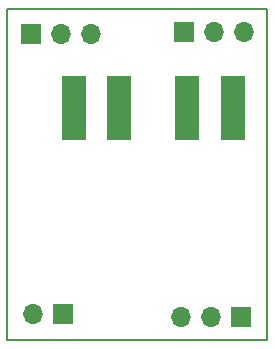
<source format=gbs>
G04 #@! TF.FileFunction,Soldermask,Bot*
%FSLAX46Y46*%
G04 Gerber Fmt 4.6, Leading zero omitted, Abs format (unit mm)*
G04 Created by KiCad (PCBNEW 4.0.2-stable) date 6/22/2017 3:55:45 PM*
%MOMM*%
G01*
G04 APERTURE LIST*
%ADD10C,0.100000*%
%ADD11C,0.150000*%
%ADD12R,2.150000X5.500000*%
%ADD13R,1.700000X1.700000*%
%ADD14O,1.700000X1.700000*%
G04 APERTURE END LIST*
D10*
D11*
X100000000Y-128000000D02*
X100000000Y-100000000D01*
X122000000Y-128000000D02*
X100000000Y-128000000D01*
X122000000Y-100000000D02*
X122000000Y-128000000D01*
X100000000Y-100000000D02*
X122000000Y-100000000D01*
D12*
X105598800Y-108371400D03*
X109448800Y-108371400D03*
X115225400Y-108396800D03*
X119075400Y-108396800D03*
D13*
X104673600Y-125857200D03*
D14*
X102133600Y-125857200D03*
D13*
X102031800Y-102108000D03*
D14*
X104571800Y-102108000D03*
X107111800Y-102108000D03*
D13*
X119812000Y-126111200D03*
D14*
X117272000Y-126111200D03*
X114732000Y-126111200D03*
D13*
X114960400Y-101981000D03*
D14*
X117500400Y-101981000D03*
X120040400Y-101981000D03*
M02*

</source>
